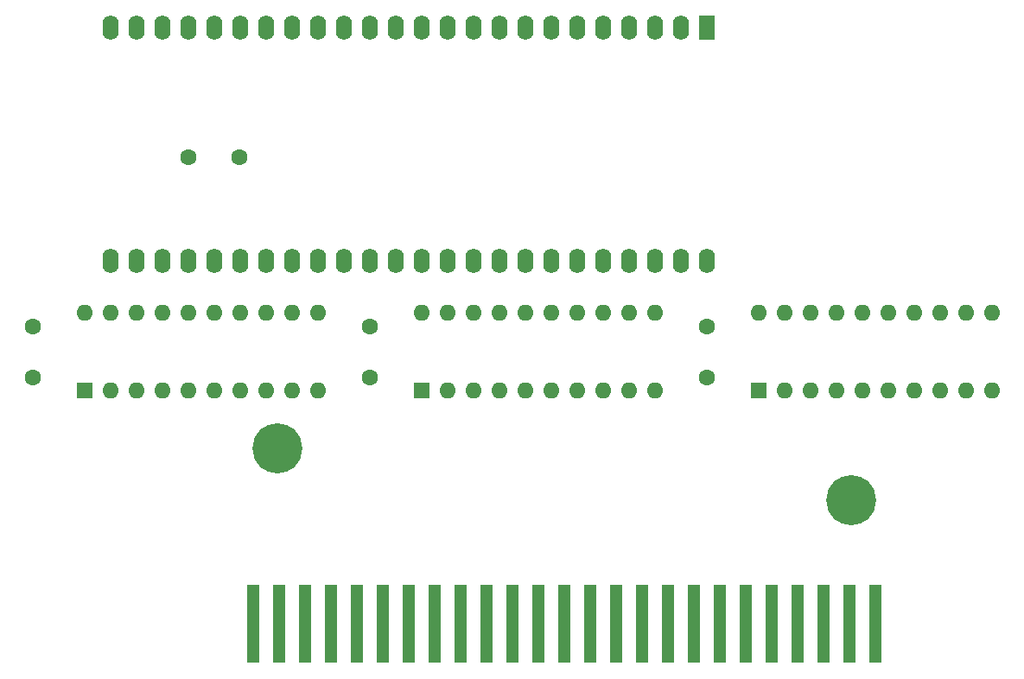
<source format=gbs>
G04 #@! TF.GenerationSoftware,KiCad,Pcbnew,(6.0.9)*
G04 #@! TF.CreationDate,2023-03-03T19:19:16+01:00*
G04 #@! TF.ProjectId,02_Cartucho_MSX_Tang_Nano_9k_TMS9918,30325f43-6172-4747-9563-686f5f4d5358,rev?*
G04 #@! TF.SameCoordinates,Original*
G04 #@! TF.FileFunction,Soldermask,Bot*
G04 #@! TF.FilePolarity,Negative*
%FSLAX46Y46*%
G04 Gerber Fmt 4.6, Leading zero omitted, Abs format (unit mm)*
G04 Created by KiCad (PCBNEW (6.0.9)) date 2023-03-03 19:19:16*
%MOMM*%
%LPD*%
G01*
G04 APERTURE LIST*
%ADD10C,1.600000*%
%ADD11R,1.600000X1.600000*%
%ADD12O,1.600000X1.600000*%
%ADD13C,4.900000*%
%ADD14R,1.270000X7.620000*%
%ADD15R,1.600000X2.400000*%
%ADD16O,1.600000X2.400000*%
G04 APERTURE END LIST*
D10*
X79970000Y-93980000D03*
X74970000Y-93980000D03*
X125730000Y-115530000D03*
X125730000Y-110530000D03*
X92710000Y-115570000D03*
X92710000Y-110570000D03*
X59690000Y-115570000D03*
X59690000Y-110570000D03*
D11*
X64770000Y-116840000D03*
D12*
X67310000Y-116840000D03*
X69850000Y-116840000D03*
X72390000Y-116840000D03*
X74930000Y-116840000D03*
X77470000Y-116840000D03*
X80010000Y-116840000D03*
X82550000Y-116840000D03*
X85090000Y-116840000D03*
X87630000Y-116840000D03*
X87630000Y-109220000D03*
X85090000Y-109220000D03*
X82550000Y-109220000D03*
X80010000Y-109220000D03*
X77470000Y-109220000D03*
X74930000Y-109220000D03*
X72390000Y-109220000D03*
X69850000Y-109220000D03*
X67310000Y-109220000D03*
X64770000Y-109220000D03*
D13*
X83660000Y-122465000D03*
X139860000Y-127565000D03*
D14*
X142240000Y-139700000D03*
X139700000Y-139700000D03*
X137160000Y-139700000D03*
X134620000Y-139700000D03*
X132080000Y-139700000D03*
X129540000Y-139700000D03*
X127000000Y-139700000D03*
X124460000Y-139700000D03*
X121920000Y-139700000D03*
X119380000Y-139700000D03*
X116840000Y-139700000D03*
X114300000Y-139700000D03*
X111760000Y-139700000D03*
X109220000Y-139700000D03*
X106680000Y-139700000D03*
X104140000Y-139700000D03*
X101600000Y-139700000D03*
X99060000Y-139700000D03*
X96520000Y-139700000D03*
X93980000Y-139700000D03*
X91440000Y-139700000D03*
X88900000Y-139700000D03*
X86360000Y-139700000D03*
X83820000Y-139700000D03*
X81280000Y-139700000D03*
D15*
X125730000Y-81280000D03*
D16*
X123190000Y-81280000D03*
X120650000Y-81280000D03*
X118110000Y-81280000D03*
X115570000Y-81280000D03*
X113030000Y-81280000D03*
X110490000Y-81280000D03*
X107950000Y-81280000D03*
X105410000Y-81280000D03*
X102870000Y-81280000D03*
X100330000Y-81280000D03*
X97790000Y-81280000D03*
X95250000Y-81280000D03*
X92710000Y-81280000D03*
X90170000Y-81280000D03*
X87630000Y-81280000D03*
X85090000Y-81280000D03*
X82550000Y-81280000D03*
X80010000Y-81280000D03*
X77470000Y-81280000D03*
X74930000Y-81280000D03*
X72390000Y-81280000D03*
X69850000Y-81280000D03*
X67310000Y-81280000D03*
X67310000Y-104140000D03*
X69850000Y-104140000D03*
X72390000Y-104140000D03*
X74930000Y-104140000D03*
X77470000Y-104140000D03*
X80010000Y-104140000D03*
X82550000Y-104140000D03*
X85090000Y-104140000D03*
X87630000Y-104140000D03*
X90170000Y-104140000D03*
X92710000Y-104140000D03*
X95250000Y-104140000D03*
X97790000Y-104140000D03*
X100330000Y-104140000D03*
X102870000Y-104140000D03*
X105410000Y-104140000D03*
X107950000Y-104140000D03*
X110490000Y-104140000D03*
X113030000Y-104140000D03*
X115570000Y-104140000D03*
X118110000Y-104140000D03*
X120650000Y-104140000D03*
X123190000Y-104140000D03*
X125730000Y-104140000D03*
D11*
X130810000Y-116840000D03*
D12*
X133350000Y-116840000D03*
X135890000Y-116840000D03*
X138430000Y-116840000D03*
X140970000Y-116840000D03*
X143510000Y-116840000D03*
X146050000Y-116840000D03*
X148590000Y-116840000D03*
X151130000Y-116840000D03*
X153670000Y-116840000D03*
X153670000Y-109220000D03*
X151130000Y-109220000D03*
X148590000Y-109220000D03*
X146050000Y-109220000D03*
X143510000Y-109220000D03*
X140970000Y-109220000D03*
X138430000Y-109220000D03*
X135890000Y-109220000D03*
X133350000Y-109220000D03*
X130810000Y-109220000D03*
D11*
X97790000Y-116840000D03*
D12*
X100330000Y-116840000D03*
X102870000Y-116840000D03*
X105410000Y-116840000D03*
X107950000Y-116840000D03*
X110490000Y-116840000D03*
X113030000Y-116840000D03*
X115570000Y-116840000D03*
X118110000Y-116840000D03*
X120650000Y-116840000D03*
X120650000Y-109220000D03*
X118110000Y-109220000D03*
X115570000Y-109220000D03*
X113030000Y-109220000D03*
X110490000Y-109220000D03*
X107950000Y-109220000D03*
X105410000Y-109220000D03*
X102870000Y-109220000D03*
X100330000Y-109220000D03*
X97790000Y-109220000D03*
M02*

</source>
